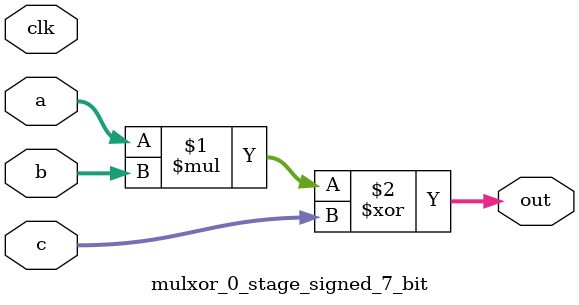
<source format=sv>
(* use_dsp = "yes" *) module mulxor_0_stage_signed_7_bit(
	input signed [6:0] a,
	input signed [6:0] b,
	input signed [6:0] c,
	output [6:0] out,
	input clk);

	assign out = (a * b) ^ c;
endmodule

</source>
